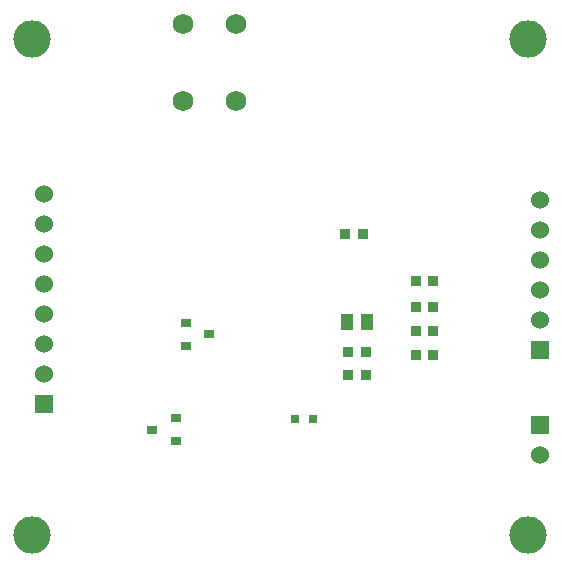
<source format=gbs>
G04 #@! TF.FileFunction,Soldermask,Bot*
%FSLAX46Y46*%
G04 Gerber Fmt 4.6, Leading zero omitted, Abs format (unit mm)*
G04 Created by KiCad (PCBNEW (2015-06-05 BZR 5717)-product) date Fri 31 Jul 2015 19:12:08 PDT*
%MOMM*%
G01*
G04 APERTURE LIST*
%ADD10C,0.100000*%
%ADD11R,0.800000X0.800000*%
%ADD12R,0.900000X0.800000*%
%ADD13R,1.524000X1.524000*%
%ADD14C,1.524000*%
%ADD15R,0.950000X0.950000*%
%ADD16R,1.100000X1.400000*%
%ADD17C,1.750000*%
%ADD18C,3.175000*%
G04 APERTURE END LIST*
D10*
D11*
X146250000Y-96240000D03*
X147750000Y-96240000D03*
D12*
X134138000Y-97099600D03*
X136138000Y-98049600D03*
X136138000Y-96149600D03*
X138990000Y-89030000D03*
X136990000Y-88080000D03*
X136990000Y-89980000D03*
D13*
X167000000Y-96730000D03*
D14*
X167000000Y-99270000D03*
D13*
X125000000Y-94890000D03*
D14*
X125000000Y-92350000D03*
X125000000Y-89810000D03*
X125000000Y-87270000D03*
X125000000Y-84730000D03*
X125000000Y-82190000D03*
X125000000Y-79650000D03*
X125000000Y-77110000D03*
D13*
X167000000Y-90350000D03*
D14*
X167000000Y-87810000D03*
X167000000Y-85270000D03*
X167000000Y-82730000D03*
X167000000Y-80190000D03*
X167000000Y-77650000D03*
D15*
X156525000Y-88740000D03*
X157975000Y-88740000D03*
X156525000Y-90740000D03*
X157975000Y-90740000D03*
X152225000Y-90510000D03*
X150775000Y-90510000D03*
X152225000Y-92510000D03*
X150775000Y-92510000D03*
X151975000Y-80510000D03*
X150525000Y-80510000D03*
X156525000Y-84490000D03*
X157975000Y-84490000D03*
X156525000Y-86740000D03*
X157975000Y-86740000D03*
D16*
X150625000Y-87990000D03*
X152375000Y-87990000D03*
D17*
X141250000Y-69250000D03*
X136750000Y-69250000D03*
X141250000Y-62750000D03*
X136750000Y-62750000D03*
D18*
X124000000Y-106000000D03*
X166000000Y-106000000D03*
X166000000Y-64000000D03*
X124000000Y-64000000D03*
M02*

</source>
